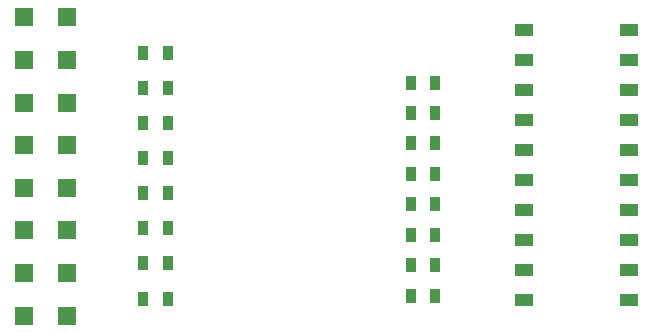
<source format=gbr>
%FSTAX23Y23*%
%MOIN*%
%SFA1B1*%

%IPPOS*%
%ADD10R,0.059055X0.062992*%
%ADD11R,0.059055X0.043307*%
%ADD12R,0.035433X0.047244*%
%LNpcb2_paste_top-1*%
%LPD*%
G54D10*
X03065Y02342D03*
X02923D03*
X03065Y022D03*
X02923D03*
X03065Y02484D03*
X02923D03*
X03065Y02626D03*
X02923D03*
X03065Y02768D03*
X02923D03*
X03065Y03053D03*
X02923D03*
X03065Y0291D03*
X02923D03*
X03065Y02058D03*
X02923D03*
G54D11*
X04588Y02109D03*
Y02209D03*
Y02309D03*
Y02409D03*
Y02509D03*
Y02609D03*
Y02709D03*
Y02809D03*
Y02909D03*
Y03009D03*
X04938D03*
Y02909D03*
Y02809D03*
Y02709D03*
Y02609D03*
Y02509D03*
Y02409D03*
Y02309D03*
Y02209D03*
Y02109D03*
G54D12*
X04293Y02834D03*
X0421D03*
X04293Y02733D03*
X0421D03*
X04293Y02632D03*
X0421D03*
X04293Y0253D03*
X0421D03*
X04293Y02429D03*
X0421D03*
X04293Y02328D03*
X0421D03*
X04293Y02227D03*
X0421D03*
X04293Y02125D03*
X0421D03*
X03317Y02115D03*
X034D03*
X03317Y02232D03*
X034D03*
X03317Y02349D03*
X034D03*
X03317Y02466D03*
X034D03*
X03317Y02583D03*
X034D03*
X03317Y027D03*
X034D03*
X03317Y02817D03*
X034D03*
X03317Y02935D03*
X034D03*
M02*
</source>
